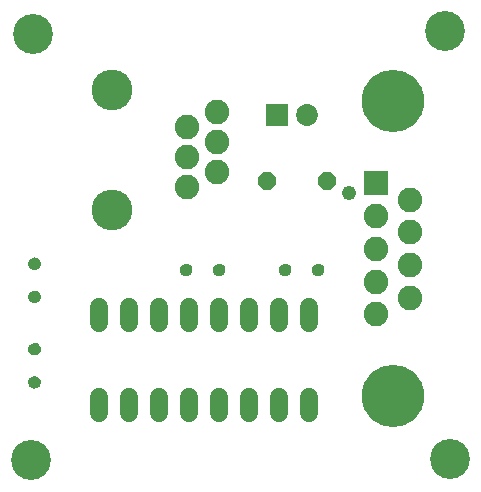
<source format=gts>
G75*
G70*
%OFA0B0*%
%FSLAX24Y24*%
%IPPOS*%
%LPD*%
%AMOC8*
5,1,8,0,0,1.08239X$1,22.5*
%
%ADD10C,0.1330*%
%ADD11C,0.0600*%
%ADD12C,0.0050*%
%ADD13R,0.0820X0.0820*%
%ADD14C,0.0820*%
%ADD15C,0.2080*%
%ADD16C,0.1360*%
%ADD17OC8,0.0600*%
%ADD18R,0.0730X0.0730*%
%ADD19C,0.0730*%
%ADD20C,0.0480*%
D10*
X001050Y001258D03*
X015000Y001308D03*
X001100Y015458D03*
X014850Y015558D03*
D11*
X010300Y006368D02*
X010300Y005848D01*
X009300Y005848D02*
X009300Y006368D01*
X008300Y006368D02*
X008300Y005848D01*
X007300Y005848D02*
X007300Y006368D01*
X006300Y006368D02*
X006300Y005848D01*
X005300Y005848D02*
X005300Y006368D01*
X004300Y006368D02*
X004300Y005848D01*
X003300Y005848D02*
X003300Y006368D01*
X003300Y003368D02*
X003300Y002848D01*
X004300Y002848D02*
X004300Y003368D01*
X005300Y003368D02*
X005300Y002848D01*
X006300Y002848D02*
X006300Y003368D01*
X007300Y003368D02*
X007300Y002848D01*
X008300Y002848D02*
X008300Y003368D01*
X009300Y003368D02*
X009300Y002848D01*
X010300Y002848D02*
X010300Y003368D01*
D12*
X010603Y007430D02*
X010564Y007435D01*
X010527Y007449D01*
X010493Y007471D01*
X010466Y007499D01*
X010445Y007533D01*
X010433Y007571D01*
X010429Y007610D01*
X010434Y007649D01*
X010447Y007685D01*
X010468Y007718D01*
X010495Y007745D01*
X010528Y007765D01*
X010565Y007777D01*
X010603Y007781D01*
X010641Y007778D01*
X010678Y007766D01*
X010710Y007747D01*
X010738Y007720D01*
X010759Y007688D01*
X010773Y007652D01*
X010778Y007614D01*
X010774Y007574D01*
X010762Y007536D01*
X010742Y007501D01*
X010714Y007472D01*
X010680Y007450D01*
X010643Y007436D01*
X010603Y007430D01*
X010644Y007436D02*
X010561Y007436D01*
X010480Y007485D02*
X010726Y007485D01*
X010761Y007533D02*
X010445Y007533D01*
X010432Y007582D02*
X010775Y007582D01*
X010776Y007630D02*
X010431Y007630D01*
X010445Y007679D02*
X010763Y007679D01*
X010731Y007727D02*
X010478Y007727D01*
X010560Y007776D02*
X010648Y007776D01*
X009671Y007652D02*
X009676Y007614D01*
X009672Y007574D01*
X009660Y007536D01*
X009640Y007501D01*
X009612Y007472D01*
X009578Y007450D01*
X009541Y007436D01*
X009501Y007430D01*
X009462Y007435D01*
X009424Y007449D01*
X009391Y007471D01*
X009364Y007499D01*
X009343Y007533D01*
X009331Y007571D01*
X009327Y007610D01*
X009332Y007649D01*
X009345Y007685D01*
X009366Y007718D01*
X009393Y007745D01*
X009426Y007765D01*
X009463Y007777D01*
X009501Y007781D01*
X009539Y007778D01*
X009576Y007766D01*
X009608Y007747D01*
X009636Y007720D01*
X009657Y007688D01*
X009671Y007652D01*
X009674Y007630D02*
X009329Y007630D01*
X009330Y007582D02*
X009673Y007582D01*
X009659Y007533D02*
X009343Y007533D01*
X009378Y007485D02*
X009624Y007485D01*
X009542Y007436D02*
X009459Y007436D01*
X009343Y007679D02*
X009661Y007679D01*
X009629Y007727D02*
X009376Y007727D01*
X009458Y007776D02*
X009546Y007776D01*
X007478Y007614D02*
X007474Y007574D01*
X007462Y007536D01*
X007442Y007501D01*
X007414Y007472D01*
X007380Y007450D01*
X007343Y007436D01*
X007303Y007430D01*
X007264Y007435D01*
X007227Y007449D01*
X007193Y007471D01*
X007166Y007499D01*
X007145Y007533D01*
X007133Y007571D01*
X007129Y007610D01*
X007134Y007649D01*
X007147Y007685D01*
X007168Y007718D01*
X007195Y007745D01*
X007228Y007765D01*
X007265Y007777D01*
X007303Y007781D01*
X007341Y007778D01*
X007378Y007766D01*
X007410Y007747D01*
X007438Y007720D01*
X007459Y007688D01*
X007473Y007652D01*
X007478Y007614D01*
X007476Y007630D02*
X007131Y007630D01*
X007132Y007582D02*
X007475Y007582D01*
X007461Y007533D02*
X007145Y007533D01*
X007180Y007485D02*
X007426Y007485D01*
X007344Y007436D02*
X007261Y007436D01*
X007145Y007679D02*
X007463Y007679D01*
X007431Y007727D02*
X007178Y007727D01*
X007260Y007776D02*
X007348Y007776D01*
X006371Y007652D02*
X006376Y007614D01*
X006372Y007574D01*
X006360Y007536D01*
X006340Y007501D01*
X006312Y007472D01*
X006278Y007450D01*
X006241Y007436D01*
X006201Y007430D01*
X006162Y007435D01*
X006124Y007449D01*
X006091Y007471D01*
X006064Y007499D01*
X006043Y007533D01*
X006031Y007571D01*
X006027Y007610D01*
X006032Y007649D01*
X006045Y007685D01*
X006066Y007718D01*
X006093Y007745D01*
X006126Y007765D01*
X006163Y007777D01*
X006201Y007781D01*
X006239Y007778D01*
X006276Y007766D01*
X006308Y007747D01*
X006336Y007720D01*
X006357Y007688D01*
X006371Y007652D01*
X006374Y007630D02*
X006029Y007630D01*
X006030Y007582D02*
X006373Y007582D01*
X006359Y007533D02*
X006043Y007533D01*
X006078Y007485D02*
X006324Y007485D01*
X006242Y007436D02*
X006159Y007436D01*
X006043Y007679D02*
X006361Y007679D01*
X006329Y007727D02*
X006076Y007727D01*
X006158Y007776D02*
X006246Y007776D01*
X001328Y007811D02*
X001323Y007772D01*
X001309Y007735D01*
X001287Y007702D01*
X001259Y007674D01*
X001225Y007654D01*
X001187Y007641D01*
X001148Y007637D01*
X001110Y007642D01*
X001073Y007655D01*
X001041Y007676D01*
X001014Y007703D01*
X000993Y007736D01*
X000981Y007773D01*
X000977Y007811D01*
X000980Y007849D01*
X000992Y007886D01*
X001012Y007919D01*
X001038Y007947D01*
X001070Y007968D01*
X001106Y007981D01*
X001144Y007986D01*
X001184Y007983D01*
X001222Y007970D01*
X001257Y007950D01*
X001286Y007922D01*
X001308Y007889D01*
X001322Y007851D01*
X001328Y007811D01*
X001326Y007824D02*
X000978Y007824D01*
X000981Y007776D02*
X001323Y007776D01*
X001304Y007727D02*
X000999Y007727D01*
X001038Y007679D02*
X001264Y007679D01*
X001314Y007873D02*
X000988Y007873D01*
X001014Y007921D02*
X001287Y007921D01*
X001223Y007970D02*
X001076Y007970D01*
X001144Y006884D02*
X001184Y006881D01*
X001222Y006868D01*
X001257Y006848D01*
X001286Y006820D01*
X001308Y006787D01*
X001322Y006749D01*
X001328Y006709D01*
X000977Y006709D01*
X000981Y006671D01*
X000993Y006634D01*
X001014Y006601D01*
X001041Y006574D01*
X001073Y006553D01*
X001110Y006540D01*
X001148Y006535D01*
X001187Y006539D01*
X001225Y006552D01*
X001259Y006572D01*
X001287Y006600D01*
X001309Y006633D01*
X001323Y006670D01*
X001328Y006709D01*
X001319Y006757D02*
X000984Y006757D01*
X000980Y006747D02*
X000992Y006784D01*
X001012Y006817D01*
X001038Y006845D01*
X001070Y006866D01*
X001106Y006879D01*
X001144Y006884D01*
X001053Y006854D02*
X001246Y006854D01*
X001296Y006806D02*
X001005Y006806D01*
X000980Y006747D02*
X000977Y006709D01*
X000985Y006660D02*
X001319Y006660D01*
X001295Y006612D02*
X001007Y006612D01*
X001057Y006563D02*
X001245Y006563D01*
X001144Y005136D02*
X001184Y005133D01*
X001222Y005120D01*
X001257Y005100D01*
X001286Y005072D01*
X001308Y005039D01*
X001322Y005001D01*
X001328Y004961D01*
X001323Y004922D01*
X001309Y004885D01*
X001287Y004852D01*
X001259Y004824D01*
X001225Y004804D01*
X001187Y004791D01*
X001148Y004787D01*
X001110Y004792D01*
X001073Y004805D01*
X001041Y004826D01*
X001014Y004853D01*
X000993Y004886D01*
X000981Y004923D01*
X000977Y004961D01*
X000980Y004999D01*
X000992Y005036D01*
X001012Y005069D01*
X001038Y005097D01*
X001070Y005118D01*
X001106Y005131D01*
X001144Y005136D01*
X001056Y005108D02*
X001243Y005108D01*
X001294Y005060D02*
X001006Y005060D01*
X000984Y005011D02*
X001319Y005011D01*
X001328Y004963D02*
X000977Y004963D01*
X000984Y004914D02*
X001320Y004914D01*
X001297Y004866D02*
X001006Y004866D01*
X001054Y004817D02*
X001248Y004817D01*
X001184Y004031D02*
X001144Y004034D01*
X001106Y004029D01*
X001070Y004016D01*
X001038Y003995D01*
X001012Y003967D01*
X000992Y003934D01*
X000980Y003897D01*
X000977Y003859D01*
X000981Y003821D01*
X000993Y003784D01*
X001014Y003751D01*
X001041Y003724D01*
X001073Y003703D01*
X001110Y003690D01*
X001148Y003685D01*
X001187Y003689D01*
X001225Y003702D01*
X001259Y003722D01*
X001287Y003750D01*
X001309Y003783D01*
X001323Y003820D01*
X001328Y003859D01*
X001322Y003899D01*
X001308Y003937D01*
X001286Y003970D01*
X001257Y003998D01*
X001222Y004018D01*
X001184Y004031D01*
X001262Y003993D02*
X001037Y003993D01*
X000998Y003944D02*
X001303Y003944D01*
X001323Y003896D02*
X000980Y003896D01*
X000978Y003847D02*
X001326Y003847D01*
X001315Y003799D02*
X000988Y003799D01*
X001015Y003750D02*
X001288Y003750D01*
X001226Y003702D02*
X001077Y003702D01*
D13*
X012541Y010489D03*
D14*
X012541Y009399D03*
X013659Y009942D03*
X013659Y008852D03*
X012541Y008308D03*
X012541Y007218D03*
X013659Y006674D03*
X012541Y006127D03*
X013659Y007765D03*
X007250Y010858D03*
X006250Y010358D03*
X006250Y011358D03*
X007250Y011858D03*
X006250Y012358D03*
X007250Y012858D03*
D15*
X013100Y013230D03*
X013100Y003387D03*
D16*
X003750Y009608D03*
X003750Y013608D03*
D17*
X008900Y010558D03*
X010900Y010558D03*
D18*
X009250Y012758D03*
D19*
X010250Y012758D03*
D20*
X011650Y010158D03*
M02*

</source>
